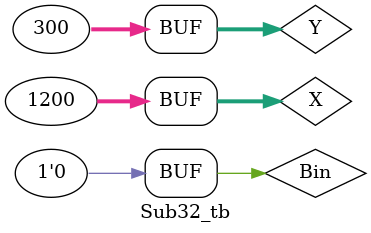
<source format=v>
`timescale 1ns/1ns
`include "Sub32.v"
`define BITS 32

module Sub32_tb;
reg [`BITS-1:0]X;
reg [`BITS-1:0]Y;
reg Bin;
wire [`BITS-1:0]D;
wire Bout;

Sub32 uut(.X(X),.Y(Y),.Bin(Bin),.D(D),.Bout(Bout));

initial begin
    $dumpfile("Sub32_test.vcd");
    $dumpvars(0,Sub32_tb);

    X=1200;Y=300;Bin=0;#20;
    
    $display("Test finished", X,Y,D);
end
endmodule
</source>
